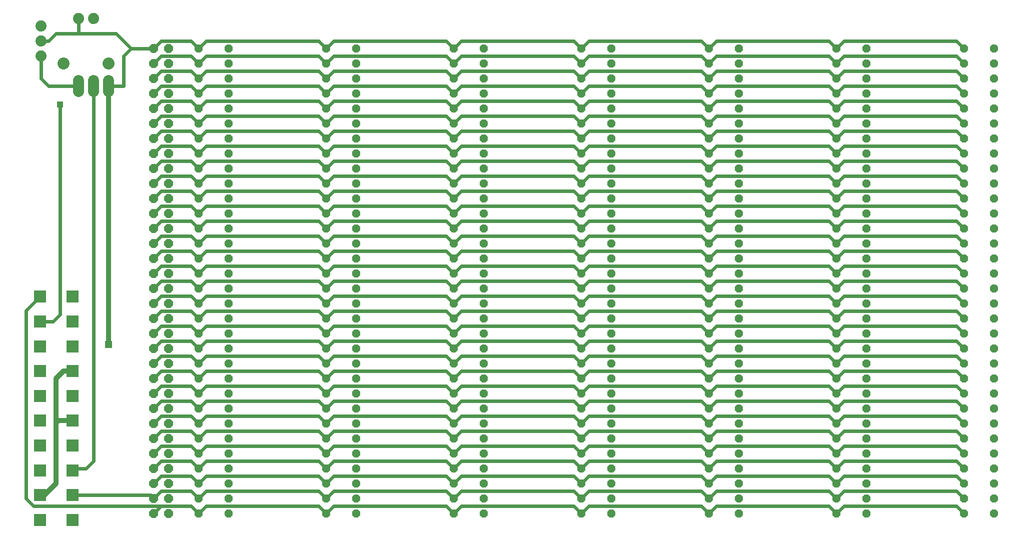
<source format=gtl>
G75*
G70*
%OFA0B0*%
%FSLAX24Y24*%
%IPPOS*%
%LPD*%
%AMOC8*
5,1,8,0,0,1.08239X$1,22.5*
%
%ADD10OC8,0.0560*%
%ADD11OC8,0.0600*%
%ADD12C,0.0740*%
%ADD13C,0.0800*%
%ADD14C,0.0740*%
%ADD15R,0.0827X0.0827*%
%ADD16C,0.0240*%
%ADD17C,0.0320*%
%ADD18R,0.0475X0.0475*%
%ADD19R,0.0396X0.0396*%
D10*
X014680Y003570D03*
X014680Y004570D03*
X016680Y004570D03*
X016680Y003570D03*
X016680Y005570D03*
X014680Y005570D03*
X014680Y006570D03*
X014680Y007570D03*
X016680Y007570D03*
X016680Y006570D03*
X016680Y008570D03*
X014680Y008570D03*
X014680Y009570D03*
X014680Y010570D03*
X016680Y010570D03*
X016680Y009570D03*
X016680Y011570D03*
X016680Y012570D03*
X014680Y012570D03*
X014680Y011570D03*
X014680Y013570D03*
X016680Y013570D03*
X016680Y014570D03*
X016680Y015570D03*
X014680Y015570D03*
X014680Y014570D03*
X014680Y016570D03*
X016680Y016570D03*
X016680Y017570D03*
X016680Y018570D03*
X014680Y018570D03*
X014680Y017570D03*
X014680Y019570D03*
X014680Y020570D03*
X016680Y020570D03*
X016680Y019570D03*
X016680Y021570D03*
X014680Y021570D03*
X014680Y022570D03*
X014680Y023570D03*
X016680Y023570D03*
X016680Y022570D03*
X016680Y024570D03*
X014680Y024570D03*
X014680Y025570D03*
X014680Y026570D03*
X016680Y026570D03*
X016680Y025570D03*
X016680Y027570D03*
X016680Y028570D03*
X014680Y028570D03*
X014680Y027570D03*
X014680Y029570D03*
X016680Y029570D03*
X016680Y030570D03*
X016680Y031570D03*
X014680Y031570D03*
X014680Y030570D03*
X014680Y032570D03*
X016680Y032570D03*
X016680Y033570D03*
X016680Y034570D03*
X014680Y034570D03*
X014680Y033570D03*
X023180Y033570D03*
X023180Y034570D03*
X025180Y034570D03*
X025180Y033570D03*
X025180Y032570D03*
X025180Y031570D03*
X025180Y030570D03*
X025180Y029570D03*
X025180Y028570D03*
X025180Y027570D03*
X025180Y026570D03*
X025180Y025570D03*
X025180Y024570D03*
X025180Y023570D03*
X025180Y022570D03*
X025180Y021570D03*
X025180Y020570D03*
X025180Y019570D03*
X025180Y018570D03*
X025180Y017570D03*
X025180Y016570D03*
X025180Y015570D03*
X025180Y014570D03*
X025180Y013570D03*
X025180Y012570D03*
X025180Y011570D03*
X025180Y010570D03*
X025180Y009570D03*
X025180Y008570D03*
X025180Y007570D03*
X025180Y006570D03*
X025180Y005570D03*
X025180Y004570D03*
X025180Y003570D03*
X023180Y003570D03*
X023180Y004570D03*
X023180Y005570D03*
X023180Y006570D03*
X023180Y007570D03*
X023180Y008570D03*
X023180Y009570D03*
X023180Y010570D03*
X023180Y011570D03*
X023180Y012570D03*
X023180Y013570D03*
X023180Y014570D03*
X023180Y015570D03*
X023180Y016570D03*
X023180Y017570D03*
X023180Y018570D03*
X023180Y019570D03*
X023180Y020570D03*
X023180Y021570D03*
X023180Y022570D03*
X023180Y023570D03*
X023180Y024570D03*
X023180Y025570D03*
X023180Y026570D03*
X023180Y027570D03*
X023180Y028570D03*
X023180Y029570D03*
X023180Y030570D03*
X023180Y031570D03*
X023180Y032570D03*
X031680Y032570D03*
X031680Y031570D03*
X031680Y030570D03*
X031680Y029570D03*
X031680Y028570D03*
X031680Y027570D03*
X031680Y026570D03*
X031680Y025570D03*
X031680Y024570D03*
X031680Y023570D03*
X031680Y022570D03*
X031680Y021570D03*
X031680Y020570D03*
X031680Y019570D03*
X031680Y018570D03*
X031680Y017570D03*
X031680Y016570D03*
X031680Y015570D03*
X031680Y014570D03*
X031680Y013570D03*
X031680Y012570D03*
X031680Y011570D03*
X031680Y010570D03*
X031680Y009570D03*
X031680Y008570D03*
X031680Y007570D03*
X031680Y006570D03*
X031680Y005570D03*
X031680Y004570D03*
X031680Y003570D03*
X033680Y003570D03*
X033680Y004570D03*
X033680Y005570D03*
X033680Y006570D03*
X033680Y007570D03*
X033680Y008570D03*
X033680Y009570D03*
X033680Y010570D03*
X033680Y011570D03*
X033680Y012570D03*
X033680Y013570D03*
X033680Y014570D03*
X033680Y015570D03*
X033680Y016570D03*
X033680Y017570D03*
X033680Y018570D03*
X033680Y019570D03*
X033680Y020570D03*
X033680Y021570D03*
X033680Y022570D03*
X033680Y023570D03*
X033680Y024570D03*
X033680Y025570D03*
X033680Y026570D03*
X033680Y027570D03*
X033680Y028570D03*
X033680Y029570D03*
X033680Y030570D03*
X033680Y031570D03*
X033680Y032570D03*
X033680Y033570D03*
X033680Y034570D03*
X031680Y034570D03*
X031680Y033570D03*
X040180Y033570D03*
X040180Y034570D03*
X042180Y034570D03*
X042180Y033570D03*
X042180Y032570D03*
X040180Y032570D03*
X040180Y031570D03*
X040180Y030570D03*
X042180Y030570D03*
X042180Y031570D03*
X042180Y029570D03*
X040180Y029570D03*
X040180Y028570D03*
X040180Y027570D03*
X042180Y027570D03*
X042180Y028570D03*
X042180Y026570D03*
X042180Y025570D03*
X040180Y025570D03*
X040180Y026570D03*
X040180Y024570D03*
X042180Y024570D03*
X042180Y023570D03*
X042180Y022570D03*
X040180Y022570D03*
X040180Y023570D03*
X040180Y021570D03*
X042180Y021570D03*
X042180Y020570D03*
X042180Y019570D03*
X040180Y019570D03*
X040180Y020570D03*
X040180Y018570D03*
X040180Y017570D03*
X042180Y017570D03*
X042180Y018570D03*
X042180Y016570D03*
X040180Y016570D03*
X040180Y015570D03*
X040180Y014570D03*
X042180Y014570D03*
X042180Y015570D03*
X042180Y013570D03*
X040180Y013570D03*
X040180Y012570D03*
X040180Y011570D03*
X042180Y011570D03*
X042180Y012570D03*
X042180Y010570D03*
X042180Y009570D03*
X040180Y009570D03*
X040180Y010570D03*
X040180Y008570D03*
X042180Y008570D03*
X042180Y007570D03*
X042180Y006570D03*
X040180Y006570D03*
X040180Y007570D03*
X040180Y005570D03*
X042180Y005570D03*
X042180Y004570D03*
X042180Y003570D03*
X040180Y003570D03*
X040180Y004570D03*
X048680Y004570D03*
X048680Y003570D03*
X050680Y003570D03*
X050680Y004570D03*
X050680Y005570D03*
X050680Y006570D03*
X050680Y007570D03*
X050680Y008570D03*
X050680Y009570D03*
X050680Y010570D03*
X050680Y011570D03*
X050680Y012570D03*
X050680Y013570D03*
X050680Y014570D03*
X050680Y015570D03*
X050680Y016570D03*
X050680Y017570D03*
X050680Y018570D03*
X050680Y019570D03*
X050680Y020570D03*
X050680Y021570D03*
X050680Y022570D03*
X050680Y023570D03*
X050680Y024570D03*
X050680Y025570D03*
X050680Y026570D03*
X050680Y027570D03*
X050680Y028570D03*
X050680Y029570D03*
X050680Y030570D03*
X050680Y031570D03*
X050680Y032570D03*
X050680Y033570D03*
X050680Y034570D03*
X048680Y034570D03*
X048680Y033570D03*
X048680Y032570D03*
X048680Y031570D03*
X048680Y030570D03*
X048680Y029570D03*
X048680Y028570D03*
X048680Y027570D03*
X048680Y026570D03*
X048680Y025570D03*
X048680Y024570D03*
X048680Y023570D03*
X048680Y022570D03*
X048680Y021570D03*
X048680Y020570D03*
X048680Y019570D03*
X048680Y018570D03*
X048680Y017570D03*
X048680Y016570D03*
X048680Y015570D03*
X048680Y014570D03*
X048680Y013570D03*
X048680Y012570D03*
X048680Y011570D03*
X048680Y010570D03*
X048680Y009570D03*
X048680Y008570D03*
X048680Y007570D03*
X048680Y006570D03*
X048680Y005570D03*
X057180Y005570D03*
X057180Y004570D03*
X057180Y003570D03*
X059180Y003570D03*
X059180Y004570D03*
X059180Y005570D03*
X059180Y006570D03*
X059180Y007570D03*
X059180Y008570D03*
X059180Y009570D03*
X059180Y010570D03*
X059180Y011570D03*
X059180Y012570D03*
X059180Y013570D03*
X059180Y014570D03*
X059180Y015570D03*
X059180Y016570D03*
X059180Y017570D03*
X059180Y018570D03*
X059180Y019570D03*
X059180Y020570D03*
X059180Y021570D03*
X059180Y022570D03*
X059180Y023570D03*
X059180Y024570D03*
X059180Y025570D03*
X059180Y026570D03*
X059180Y027570D03*
X059180Y028570D03*
X059180Y029570D03*
X059180Y030570D03*
X059180Y031570D03*
X059180Y032570D03*
X059180Y033570D03*
X059180Y034570D03*
X057180Y034570D03*
X057180Y033570D03*
X057180Y032570D03*
X057180Y031570D03*
X057180Y030570D03*
X057180Y029570D03*
X057180Y028570D03*
X057180Y027570D03*
X057180Y026570D03*
X057180Y025570D03*
X057180Y024570D03*
X057180Y023570D03*
X057180Y022570D03*
X057180Y021570D03*
X057180Y020570D03*
X057180Y019570D03*
X057180Y018570D03*
X057180Y017570D03*
X057180Y016570D03*
X057180Y015570D03*
X057180Y014570D03*
X057180Y013570D03*
X057180Y012570D03*
X057180Y011570D03*
X057180Y010570D03*
X057180Y009570D03*
X057180Y008570D03*
X057180Y007570D03*
X057180Y006570D03*
X065680Y006570D03*
X065680Y007570D03*
X067680Y007570D03*
X067680Y006570D03*
X067680Y005570D03*
X065680Y005570D03*
X065680Y004570D03*
X065680Y003570D03*
X067680Y003570D03*
X067680Y004570D03*
X067680Y008570D03*
X065680Y008570D03*
X065680Y009570D03*
X065680Y010570D03*
X067680Y010570D03*
X067680Y009570D03*
X067680Y011570D03*
X067680Y012570D03*
X065680Y012570D03*
X065680Y011570D03*
X065680Y013570D03*
X067680Y013570D03*
X067680Y014570D03*
X067680Y015570D03*
X065680Y015570D03*
X065680Y014570D03*
X065680Y016570D03*
X067680Y016570D03*
X067680Y017570D03*
X067680Y018570D03*
X065680Y018570D03*
X065680Y017570D03*
X065680Y019570D03*
X065680Y020570D03*
X067680Y020570D03*
X067680Y019570D03*
X067680Y021570D03*
X065680Y021570D03*
X065680Y022570D03*
X065680Y023570D03*
X067680Y023570D03*
X067680Y022570D03*
X067680Y024570D03*
X065680Y024570D03*
X065680Y025570D03*
X065680Y026570D03*
X067680Y026570D03*
X067680Y025570D03*
X067680Y027570D03*
X067680Y028570D03*
X065680Y028570D03*
X065680Y027570D03*
X065680Y029570D03*
X067680Y029570D03*
X067680Y030570D03*
X067680Y031570D03*
X065680Y031570D03*
X065680Y030570D03*
X065680Y032570D03*
X067680Y032570D03*
X067680Y033570D03*
X067680Y034570D03*
X065680Y034570D03*
X065680Y033570D03*
D11*
X012680Y033570D03*
X011680Y033570D03*
X011680Y034570D03*
X012680Y034570D03*
X012680Y032570D03*
X011680Y032570D03*
X011680Y031570D03*
X012680Y031570D03*
X012680Y030570D03*
X011680Y030570D03*
X011680Y029570D03*
X012680Y029570D03*
X012680Y028570D03*
X011680Y028570D03*
X011680Y027570D03*
X012680Y027570D03*
X012680Y026570D03*
X011680Y026570D03*
X011680Y025570D03*
X012680Y025570D03*
X012680Y024570D03*
X011680Y024570D03*
X011680Y023570D03*
X012680Y023570D03*
X012680Y022570D03*
X011680Y022570D03*
X011680Y021570D03*
X012680Y021570D03*
X012680Y020570D03*
X011680Y020570D03*
X011680Y019570D03*
X012680Y019570D03*
X012680Y018570D03*
X011680Y018570D03*
X011680Y017570D03*
X012680Y017570D03*
X012680Y016570D03*
X011680Y016570D03*
X011680Y015570D03*
X012680Y015570D03*
X012680Y014570D03*
X011680Y014570D03*
X011680Y013570D03*
X012680Y013570D03*
X012680Y012570D03*
X011680Y012570D03*
X011680Y011570D03*
X012680Y011570D03*
X012680Y010570D03*
X011680Y010570D03*
X011680Y009570D03*
X012680Y009570D03*
X012680Y008570D03*
X011680Y008570D03*
X011680Y007570D03*
X012680Y007570D03*
X012680Y006570D03*
X011680Y006570D03*
X011680Y005570D03*
X012680Y005570D03*
X012680Y004570D03*
X011680Y004570D03*
X011680Y003570D03*
X012680Y003570D03*
D12*
X004180Y034070D03*
X004180Y035070D03*
X004180Y036070D03*
X006680Y036570D03*
X007680Y036570D03*
D13*
X008680Y033570D03*
X005680Y033570D03*
D14*
X006680Y032440D02*
X006680Y031700D01*
X007680Y031700D02*
X007680Y032440D01*
X008680Y032440D02*
X008680Y031700D01*
D15*
X004097Y003129D03*
X006263Y003129D03*
X006263Y004783D03*
X004097Y004783D03*
X004097Y006436D03*
X006263Y006436D03*
X006263Y008090D03*
X004097Y008090D03*
X004097Y009743D03*
X006263Y009743D03*
X006263Y011397D03*
X004097Y011397D03*
X004097Y013050D03*
X006263Y013050D03*
X006263Y014704D03*
X004097Y014704D03*
X004097Y016357D03*
X006263Y016357D03*
X006263Y018011D03*
X004097Y018011D03*
D16*
X003180Y017094D01*
X003180Y004570D01*
X003680Y004070D01*
X012180Y004070D01*
X011680Y003570D01*
X012180Y004070D02*
X014180Y004070D01*
X014680Y003570D01*
X015180Y004070D01*
X022680Y004070D01*
X023180Y003570D01*
X023680Y004070D01*
X031180Y004070D01*
X031680Y003570D01*
X032180Y004070D01*
X039680Y004070D01*
X040180Y003570D01*
X040680Y004070D01*
X048180Y004070D01*
X048680Y003570D01*
X049180Y004070D01*
X056680Y004070D01*
X057180Y003570D01*
X057680Y004070D01*
X065180Y004070D01*
X065680Y003570D01*
X065680Y004570D02*
X065180Y005070D01*
X057680Y005070D01*
X057180Y004570D01*
X056680Y005070D01*
X049180Y005070D01*
X048680Y004570D01*
X048180Y005070D01*
X040680Y005070D01*
X040180Y004570D01*
X039680Y005070D01*
X032180Y005070D01*
X031680Y004570D01*
X031180Y005070D01*
X023680Y005070D01*
X023180Y004570D01*
X022680Y005070D01*
X015180Y005070D01*
X014680Y004570D01*
X014180Y005070D01*
X012180Y005070D01*
X011680Y004570D01*
X011467Y004783D01*
X006263Y004783D01*
X006263Y006436D02*
X006265Y006457D01*
X006270Y006477D01*
X006278Y006497D01*
X006289Y006515D01*
X006302Y006531D01*
X006318Y006544D01*
X006336Y006555D01*
X006356Y006563D01*
X006376Y006568D01*
X006397Y006570D01*
X007180Y006570D01*
X007680Y007070D01*
X007680Y032070D01*
X006680Y032070D02*
X004680Y032070D01*
X004180Y032570D01*
X004180Y034070D01*
X004180Y035070D02*
X004680Y035070D01*
X005180Y035570D01*
X006680Y035570D01*
X009180Y035570D01*
X010180Y034570D01*
X009680Y034070D01*
X009680Y032070D01*
X008680Y032070D01*
X005430Y030820D02*
X005430Y016820D01*
X004967Y016357D01*
X004097Y016357D01*
X011680Y016570D02*
X012180Y017070D01*
X014180Y017070D01*
X014680Y016570D01*
X015180Y017070D01*
X022680Y017070D01*
X023180Y016570D01*
X023680Y017070D01*
X031180Y017070D01*
X031680Y016570D01*
X032180Y017070D01*
X039680Y017070D01*
X040180Y016570D01*
X040680Y017070D01*
X048180Y017070D01*
X048680Y016570D01*
X049180Y017070D01*
X056680Y017070D01*
X057180Y016570D01*
X057680Y017070D01*
X065180Y017070D01*
X065680Y016570D01*
X065180Y016070D02*
X065680Y015570D01*
X065180Y015070D02*
X057680Y015070D01*
X057180Y014570D01*
X056680Y015070D01*
X049180Y015070D01*
X048680Y014570D01*
X048180Y015070D01*
X040680Y015070D01*
X040180Y014570D01*
X039680Y015070D01*
X032180Y015070D01*
X031680Y014570D01*
X031180Y015070D01*
X023680Y015070D01*
X023180Y014570D01*
X022680Y015070D01*
X015180Y015070D01*
X014680Y014570D01*
X014180Y015070D01*
X012180Y015070D01*
X011680Y014570D01*
X012180Y014070D02*
X011680Y013570D01*
X012180Y013070D02*
X011680Y012570D01*
X012180Y012070D02*
X011680Y011570D01*
X012180Y011070D02*
X011680Y010570D01*
X012180Y010070D02*
X011680Y009570D01*
X012180Y010070D02*
X014180Y010070D01*
X014680Y009570D01*
X015180Y010070D01*
X022680Y010070D01*
X023180Y009570D01*
X023680Y010070D01*
X031180Y010070D01*
X031680Y009570D01*
X032180Y010070D01*
X039680Y010070D01*
X040180Y009570D01*
X040680Y010070D01*
X048180Y010070D01*
X048680Y009570D01*
X049180Y010070D01*
X056680Y010070D01*
X057180Y009570D01*
X057680Y010070D01*
X065180Y010070D01*
X065680Y009570D01*
X065180Y009070D02*
X057680Y009070D01*
X057180Y008570D01*
X056680Y009070D01*
X049180Y009070D01*
X048680Y008570D01*
X048180Y009070D01*
X040680Y009070D01*
X040180Y008570D01*
X039680Y009070D01*
X032180Y009070D01*
X031680Y008570D01*
X031180Y009070D01*
X023680Y009070D01*
X023180Y008570D01*
X022680Y009070D01*
X015180Y009070D01*
X014680Y008570D01*
X014180Y009070D01*
X012180Y009070D01*
X011680Y008570D01*
X012180Y008070D02*
X011680Y007570D01*
X012180Y007070D02*
X011680Y006570D01*
X012180Y007070D02*
X014180Y007070D01*
X014680Y006570D01*
X015180Y007070D01*
X022680Y007070D01*
X023180Y006570D01*
X023680Y007070D01*
X031180Y007070D01*
X031680Y006570D01*
X032180Y007070D01*
X039680Y007070D01*
X040180Y006570D01*
X040680Y007070D01*
X048180Y007070D01*
X048680Y006570D01*
X049180Y007070D01*
X056680Y007070D01*
X057180Y006570D01*
X057680Y007070D01*
X065180Y007070D01*
X065680Y006570D01*
X065180Y006070D02*
X065680Y005570D01*
X065180Y006070D02*
X057680Y006070D01*
X057180Y005570D01*
X056680Y006070D01*
X049180Y006070D01*
X048680Y005570D01*
X048180Y006070D01*
X040680Y006070D01*
X040180Y005570D01*
X039680Y006070D01*
X032180Y006070D01*
X031680Y005570D01*
X031180Y006070D01*
X023680Y006070D01*
X023180Y005570D01*
X022680Y006070D01*
X015180Y006070D01*
X014680Y005570D01*
X014180Y006070D01*
X012180Y006070D01*
X011680Y005570D01*
X014180Y008070D02*
X014680Y007570D01*
X015180Y008070D01*
X022680Y008070D01*
X023180Y007570D01*
X023680Y008070D01*
X031180Y008070D01*
X031680Y007570D01*
X032180Y008070D01*
X039680Y008070D01*
X040180Y007570D01*
X040680Y008070D01*
X048180Y008070D01*
X048680Y007570D01*
X049180Y008070D01*
X056680Y008070D01*
X057180Y007570D01*
X057680Y008070D01*
X065180Y008070D01*
X065680Y007570D01*
X065680Y008570D02*
X065180Y009070D01*
X065680Y010570D02*
X065180Y011070D01*
X057680Y011070D01*
X057180Y010570D01*
X056680Y011070D01*
X049180Y011070D01*
X048680Y010570D01*
X048180Y011070D01*
X040680Y011070D01*
X040180Y010570D01*
X039680Y011070D01*
X032180Y011070D01*
X031680Y010570D01*
X031180Y011070D01*
X023680Y011070D01*
X023180Y010570D01*
X022680Y011070D01*
X015180Y011070D01*
X014680Y010570D01*
X014180Y011070D01*
X012180Y011070D01*
X012180Y012070D02*
X014180Y012070D01*
X014680Y011570D01*
X015180Y012070D01*
X022680Y012070D01*
X023180Y011570D01*
X023680Y012070D01*
X031180Y012070D01*
X031680Y011570D01*
X032180Y012070D01*
X039680Y012070D01*
X040180Y011570D01*
X040680Y012070D01*
X048180Y012070D01*
X048680Y011570D01*
X049180Y012070D01*
X056680Y012070D01*
X057180Y011570D01*
X057680Y012070D01*
X065180Y012070D01*
X065680Y011570D01*
X065680Y012570D02*
X065180Y013070D01*
X057680Y013070D01*
X057180Y012570D01*
X056680Y013070D01*
X049180Y013070D01*
X048680Y012570D01*
X048180Y013070D01*
X040680Y013070D01*
X040180Y012570D01*
X039680Y013070D01*
X032180Y013070D01*
X031680Y012570D01*
X031180Y013070D01*
X023680Y013070D01*
X023180Y012570D01*
X022680Y013070D01*
X015180Y013070D01*
X014680Y012570D01*
X014180Y013070D01*
X012180Y013070D01*
X012180Y014070D02*
X014180Y014070D01*
X014680Y013570D01*
X015180Y014070D01*
X022680Y014070D01*
X023180Y013570D01*
X023680Y014070D01*
X031180Y014070D01*
X031680Y013570D01*
X032180Y014070D01*
X039680Y014070D01*
X040180Y013570D01*
X040680Y014070D01*
X048180Y014070D01*
X048680Y013570D01*
X049180Y014070D01*
X056680Y014070D01*
X057180Y013570D01*
X057680Y014070D01*
X065180Y014070D01*
X065680Y013570D01*
X065680Y014570D02*
X065180Y015070D01*
X065180Y016070D02*
X057680Y016070D01*
X057180Y015570D01*
X056680Y016070D01*
X049180Y016070D01*
X048680Y015570D01*
X048180Y016070D01*
X040680Y016070D01*
X040180Y015570D01*
X039680Y016070D01*
X032180Y016070D01*
X031680Y015570D01*
X031180Y016070D01*
X023680Y016070D01*
X023180Y015570D01*
X022680Y016070D01*
X015180Y016070D01*
X014680Y015570D01*
X014180Y016070D01*
X012180Y016070D01*
X011680Y015570D01*
X011680Y017570D02*
X012180Y018070D01*
X014180Y018070D01*
X014680Y017570D01*
X015180Y018070D01*
X022680Y018070D01*
X023180Y017570D01*
X023680Y018070D01*
X031180Y018070D01*
X031680Y017570D01*
X032180Y018070D01*
X039680Y018070D01*
X040180Y017570D01*
X040680Y018070D01*
X048180Y018070D01*
X048680Y017570D01*
X049180Y018070D01*
X056680Y018070D01*
X057180Y017570D01*
X057680Y018070D01*
X065180Y018070D01*
X065680Y017570D01*
X065680Y018570D02*
X065180Y019070D01*
X057680Y019070D01*
X057180Y018570D01*
X056680Y019070D01*
X049180Y019070D01*
X048680Y018570D01*
X048180Y019070D01*
X040680Y019070D01*
X040180Y018570D01*
X039680Y019070D01*
X032180Y019070D01*
X031680Y018570D01*
X031180Y019070D01*
X023680Y019070D01*
X023180Y018570D01*
X022680Y019070D01*
X015180Y019070D01*
X014680Y018570D01*
X014180Y019070D01*
X012180Y019070D01*
X011680Y018570D01*
X011680Y019570D02*
X012180Y020070D01*
X014180Y020070D01*
X014680Y019570D01*
X015180Y020070D01*
X022680Y020070D01*
X023180Y019570D01*
X023680Y020070D01*
X031180Y020070D01*
X031680Y019570D01*
X032180Y020070D01*
X039680Y020070D01*
X040180Y019570D01*
X040680Y020070D01*
X048180Y020070D01*
X048680Y019570D01*
X049180Y020070D01*
X056680Y020070D01*
X057180Y019570D01*
X057680Y020070D01*
X065180Y020070D01*
X065680Y019570D01*
X065680Y020570D02*
X065180Y021070D01*
X057680Y021070D01*
X057180Y020570D01*
X056680Y021070D01*
X049180Y021070D01*
X048680Y020570D01*
X048180Y021070D01*
X040680Y021070D01*
X040180Y020570D01*
X039680Y021070D01*
X032180Y021070D01*
X031680Y020570D01*
X031180Y021070D01*
X023680Y021070D01*
X023180Y020570D01*
X022680Y021070D01*
X015180Y021070D01*
X014680Y020570D01*
X014180Y021070D01*
X012180Y021070D01*
X011680Y020570D01*
X011680Y021570D02*
X012180Y022070D01*
X014180Y022070D01*
X014680Y021570D01*
X015180Y022070D01*
X022680Y022070D01*
X023180Y021570D01*
X023680Y022070D01*
X031180Y022070D01*
X031680Y021570D01*
X032180Y022070D01*
X039680Y022070D01*
X040180Y021570D01*
X040680Y022070D01*
X048180Y022070D01*
X048680Y021570D01*
X049180Y022070D01*
X056680Y022070D01*
X057180Y021570D01*
X057680Y022070D01*
X065180Y022070D01*
X065680Y021570D01*
X065680Y022570D02*
X065180Y023070D01*
X057680Y023070D01*
X057180Y022570D01*
X056680Y023070D01*
X049180Y023070D01*
X048680Y022570D01*
X048180Y023070D01*
X040680Y023070D01*
X040180Y022570D01*
X039680Y023070D01*
X032180Y023070D01*
X031680Y022570D01*
X031180Y023070D01*
X023680Y023070D01*
X023180Y022570D01*
X022680Y023070D01*
X015180Y023070D01*
X014680Y022570D01*
X014180Y023070D01*
X012180Y023070D01*
X011680Y022570D01*
X011680Y023570D02*
X012180Y024070D01*
X014180Y024070D01*
X014680Y023570D01*
X015180Y024070D01*
X022680Y024070D01*
X023180Y023570D01*
X023680Y024070D01*
X031180Y024070D01*
X031680Y023570D01*
X032180Y024070D01*
X039680Y024070D01*
X040180Y023570D01*
X040680Y024070D01*
X048180Y024070D01*
X048680Y023570D01*
X049180Y024070D01*
X056680Y024070D01*
X057180Y023570D01*
X057680Y024070D01*
X065180Y024070D01*
X065680Y023570D01*
X065680Y024570D02*
X065180Y025070D01*
X057680Y025070D01*
X057180Y024570D01*
X056680Y025070D01*
X049180Y025070D01*
X048680Y024570D01*
X048180Y025070D01*
X040680Y025070D01*
X040180Y024570D01*
X039680Y025070D01*
X032180Y025070D01*
X031680Y024570D01*
X031180Y025070D01*
X023680Y025070D01*
X023180Y024570D01*
X022680Y025070D01*
X015180Y025070D01*
X014680Y024570D01*
X014180Y025070D01*
X012180Y025070D01*
X011680Y024570D01*
X011680Y025570D02*
X012180Y026070D01*
X014180Y026070D01*
X014680Y025570D01*
X015180Y026070D01*
X022680Y026070D01*
X023180Y025570D01*
X023680Y026070D01*
X031180Y026070D01*
X031680Y025570D01*
X032180Y026070D01*
X039680Y026070D01*
X040180Y025570D01*
X040680Y026070D01*
X048180Y026070D01*
X048680Y025570D01*
X049180Y026070D01*
X056680Y026070D01*
X057180Y025570D01*
X057680Y026070D01*
X065180Y026070D01*
X065680Y025570D01*
X065680Y026570D02*
X065180Y027070D01*
X057680Y027070D01*
X057180Y026570D01*
X056680Y027070D01*
X049180Y027070D01*
X048680Y026570D01*
X048180Y027070D01*
X040680Y027070D01*
X040180Y026570D01*
X039680Y027070D01*
X032180Y027070D01*
X031680Y026570D01*
X031180Y027070D01*
X023680Y027070D01*
X023180Y026570D01*
X022680Y027070D01*
X015180Y027070D01*
X014680Y026570D01*
X014180Y027070D01*
X012180Y027070D01*
X011680Y026570D01*
X011680Y027570D02*
X012180Y028070D01*
X014180Y028070D01*
X014680Y027570D01*
X015180Y028070D01*
X022680Y028070D01*
X023180Y027570D01*
X023680Y028070D01*
X031180Y028070D01*
X031680Y027570D01*
X032180Y028070D01*
X039680Y028070D01*
X040180Y027570D01*
X040680Y028070D01*
X048180Y028070D01*
X048680Y027570D01*
X049180Y028070D01*
X056680Y028070D01*
X057180Y027570D01*
X057680Y028070D01*
X065180Y028070D01*
X065680Y027570D01*
X065680Y028570D02*
X065180Y029070D01*
X057680Y029070D01*
X057180Y028570D01*
X056680Y029070D01*
X049180Y029070D01*
X048680Y028570D01*
X048180Y029070D01*
X040680Y029070D01*
X040180Y028570D01*
X039680Y029070D01*
X032180Y029070D01*
X031680Y028570D01*
X031180Y029070D01*
X023680Y029070D01*
X023180Y028570D01*
X022680Y029070D01*
X015180Y029070D01*
X014680Y028570D01*
X014180Y029070D01*
X012180Y029070D01*
X011680Y028570D01*
X011680Y029570D02*
X012180Y030070D01*
X014180Y030070D01*
X014680Y029570D01*
X015180Y030070D01*
X022680Y030070D01*
X023180Y029570D01*
X023680Y030070D01*
X031180Y030070D01*
X031680Y029570D01*
X032180Y030070D01*
X039680Y030070D01*
X040180Y029570D01*
X040680Y030070D01*
X048180Y030070D01*
X048680Y029570D01*
X049180Y030070D01*
X056680Y030070D01*
X057180Y029570D01*
X057680Y030070D01*
X065180Y030070D01*
X065680Y029570D01*
X065680Y030570D02*
X065180Y031070D01*
X057680Y031070D01*
X057180Y030570D01*
X056680Y031070D01*
X049180Y031070D01*
X048680Y030570D01*
X048180Y031070D01*
X040680Y031070D01*
X040180Y030570D01*
X039680Y031070D01*
X032180Y031070D01*
X031680Y030570D01*
X031180Y031070D01*
X023680Y031070D01*
X023180Y030570D01*
X022680Y031070D01*
X015180Y031070D01*
X014680Y030570D01*
X014180Y031070D01*
X012180Y031070D01*
X011680Y030570D01*
X011680Y031570D02*
X012180Y032070D01*
X014180Y032070D01*
X014680Y031570D01*
X015180Y032070D01*
X022680Y032070D01*
X023180Y031570D01*
X023680Y032070D01*
X031180Y032070D01*
X031680Y031570D01*
X032180Y032070D01*
X039680Y032070D01*
X040180Y031570D01*
X040680Y032070D01*
X048180Y032070D01*
X048680Y031570D01*
X049180Y032070D01*
X056680Y032070D01*
X057180Y031570D01*
X057680Y032070D01*
X065180Y032070D01*
X065680Y031570D01*
X065680Y032570D02*
X065180Y033070D01*
X057680Y033070D01*
X057180Y032570D01*
X056680Y033070D01*
X049180Y033070D01*
X048680Y032570D01*
X048180Y033070D01*
X040680Y033070D01*
X040180Y032570D01*
X039680Y033070D01*
X032180Y033070D01*
X031680Y032570D01*
X031180Y033070D01*
X023680Y033070D01*
X023180Y032570D01*
X022680Y033070D01*
X015180Y033070D01*
X014680Y032570D01*
X014180Y033070D01*
X012180Y033070D01*
X011680Y032570D01*
X011680Y033570D02*
X012180Y034070D01*
X014180Y034070D01*
X014680Y033570D01*
X015180Y034070D01*
X022680Y034070D01*
X023180Y033570D01*
X023680Y034070D01*
X031180Y034070D01*
X031680Y033570D01*
X032180Y034070D01*
X039680Y034070D01*
X040180Y033570D01*
X040680Y034070D01*
X048180Y034070D01*
X048680Y033570D01*
X049180Y034070D01*
X056680Y034070D01*
X057180Y033570D01*
X057680Y034070D01*
X065180Y034070D01*
X065680Y033570D01*
X065680Y034570D02*
X065180Y035070D01*
X057680Y035070D01*
X057180Y034570D01*
X056680Y035070D01*
X049180Y035070D01*
X048680Y034570D01*
X048180Y035070D01*
X040680Y035070D01*
X040180Y034570D01*
X039680Y035070D01*
X032180Y035070D01*
X031680Y034570D01*
X031180Y035070D01*
X023680Y035070D01*
X023180Y034570D01*
X022680Y035070D01*
X015180Y035070D01*
X014680Y034570D01*
X014180Y035070D01*
X012180Y035070D01*
X011680Y034570D01*
X010180Y034570D01*
X006680Y035570D02*
X006680Y036570D01*
X012180Y008070D02*
X014180Y008070D01*
D17*
X006263Y009743D02*
X005353Y009743D01*
X005328Y009741D01*
X005304Y009736D01*
X005281Y009727D01*
X005259Y009716D01*
X005240Y009701D01*
X005222Y009683D01*
X005207Y009664D01*
X005196Y009642D01*
X005187Y009619D01*
X005182Y009595D01*
X005180Y009570D01*
X005180Y005570D01*
X004393Y004783D01*
X004097Y004783D01*
X005180Y009570D02*
X005180Y012570D01*
X005680Y013070D01*
X006243Y013070D01*
X006263Y013050D01*
X008680Y014820D02*
X008680Y032070D01*
D18*
X008680Y014820D03*
D19*
X005430Y030820D03*
M02*

</source>
